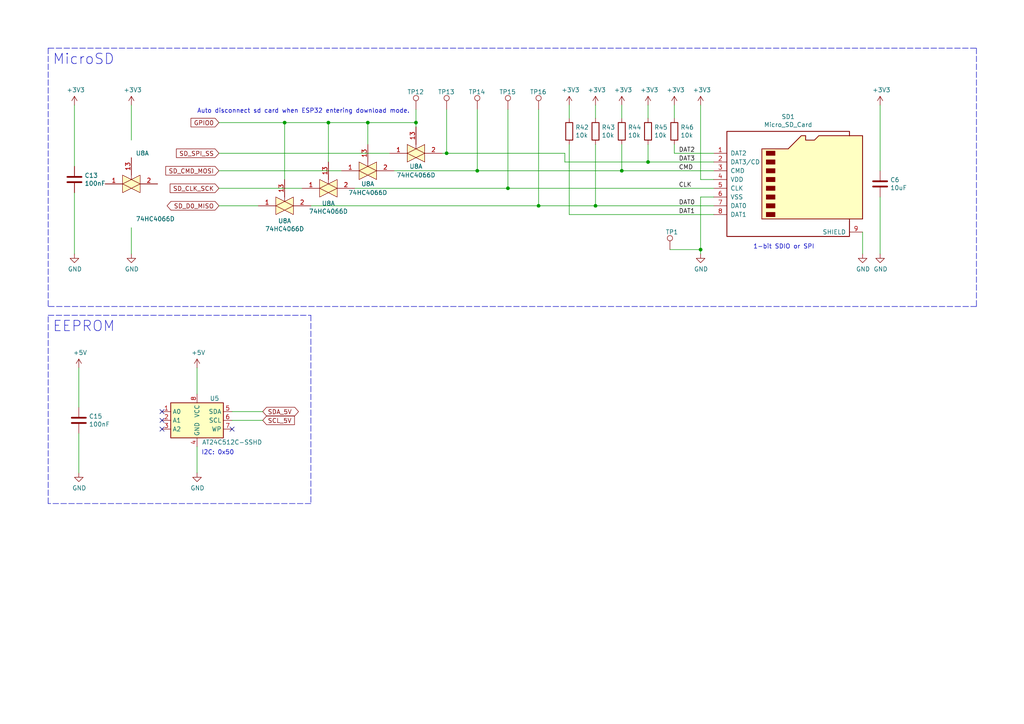
<source format=kicad_sch>
(kicad_sch (version 20211123) (generator eeschema)

  (uuid 3273ec61-4a33-41c2-82bf-cde7c8587c1b)

  (paper "A4")

  (title_block
    (title "Sunrise clock main board")
    (date "2021-08-06")
    (rev "V1.1")
    (company "https://github.com/atoomnetmarc/Sunrise-clock-hardware")
  )

  (lib_symbols
    (symbol "4xxx:4066" (pin_names (offset 1.016)) (in_bom yes) (on_board yes)
      (property "Reference" "U" (id 0) (at -7.62 8.89 0)
        (effects (font (size 1.27 1.27)))
      )
      (property "Value" "4066" (id 1) (at -7.62 -8.89 0)
        (effects (font (size 1.27 1.27)))
      )
      (property "Footprint" "" (id 2) (at 0 0 0)
        (effects (font (size 1.27 1.27)) hide)
      )
      (property "Datasheet" "http://www.ti.com/lit/ds/symlink/cd4066b.pdf" (id 3) (at 0 0 0)
        (effects (font (size 1.27 1.27)) hide)
      )
      (property "ki_locked" "" (id 4) (at 0 0 0)
        (effects (font (size 1.27 1.27)))
      )
      (property "ki_keywords" "CMOS SWITCH" (id 5) (at 0 0 0)
        (effects (font (size 1.27 1.27)) hide)
      )
      (property "ki_description" "Quad Analog Switches" (id 6) (at 0 0 0)
        (effects (font (size 1.27 1.27)) hide)
      )
      (property "ki_fp_filters" "DIP?14*" (id 7) (at 0 0 0)
        (effects (font (size 1.27 1.27)) hide)
      )
      (symbol "4066_1_0"
        (polyline
          (pts
            (xy 0 1.27)
            (xy 0 2.54)
          )
          (stroke (width 0.1524) (type default) (color 0 0 0 0))
          (fill (type none))
        )
        (polyline
          (pts
            (xy -2.54 0)
            (xy 2.54 2.54)
            (xy 2.54 -2.54)
            (xy -2.54 0)
          )
          (stroke (width 0) (type default) (color 0 0 0 0))
          (fill (type background))
        )
        (polyline
          (pts
            (xy -2.54 2.54)
            (xy 2.54 0)
            (xy -2.54 -2.54)
            (xy -2.54 2.54)
          )
          (stroke (width 0) (type default) (color 0 0 0 0))
          (fill (type background))
        )
        (pin passive line (at -7.62 0 0) (length 5.08)
          (name "~" (effects (font (size 1.27 1.27))))
          (number "1" (effects (font (size 1.27 1.27))))
        )
        (pin input line (at 0 7.62 270) (length 5.08)
          (name "~" (effects (font (size 1.27 1.27))))
          (number "13" (effects (font (size 1.27 1.27))))
        )
        (pin passive line (at 7.62 0 180) (length 5.08)
          (name "~" (effects (font (size 1.27 1.27))))
          (number "2" (effects (font (size 1.27 1.27))))
        )
      )
      (symbol "4066_2_0"
        (polyline
          (pts
            (xy 0 1.27)
            (xy 0 2.54)
          )
          (stroke (width 0.1524) (type default) (color 0 0 0 0))
          (fill (type none))
        )
        (polyline
          (pts
            (xy -2.54 0)
            (xy 2.54 2.54)
            (xy 2.54 -2.54)
            (xy -2.54 0)
          )
          (stroke (width 0) (type default) (color 0 0 0 0))
          (fill (type background))
        )
        (polyline
          (pts
            (xy -2.54 2.54)
            (xy 2.54 0)
            (xy -2.54 -2.54)
            (xy -2.54 2.54)
          )
          (stroke (width 0) (type default) (color 0 0 0 0))
          (fill (type background))
        )
        (pin passive line (at 7.62 0 180) (length 5.08)
          (name "~" (effects (font (size 1.27 1.27))))
          (number "3" (effects (font (size 1.27 1.27))))
        )
        (pin passive line (at -7.62 0 0) (length 5.08)
          (name "~" (effects (font (size 1.27 1.27))))
          (number "4" (effects (font (size 1.27 1.27))))
        )
        (pin input line (at 0 7.62 270) (length 5.08)
          (name "~" (effects (font (size 1.27 1.27))))
          (number "5" (effects (font (size 1.27 1.27))))
        )
      )
      (symbol "4066_3_0"
        (polyline
          (pts
            (xy 0 1.27)
            (xy 0 2.54)
          )
          (stroke (width 0.1524) (type default) (color 0 0 0 0))
          (fill (type none))
        )
        (polyline
          (pts
            (xy -2.54 0)
            (xy 2.54 2.54)
            (xy 2.54 -2.54)
            (xy -2.54 0)
          )
          (stroke (width 0) (type default) (color 0 0 0 0))
          (fill (type background))
        )
        (polyline
          (pts
            (xy -2.54 2.54)
            (xy 2.54 0)
            (xy -2.54 -2.54)
            (xy -2.54 2.54)
          )
          (stroke (width 0) (type default) (color 0 0 0 0))
          (fill (type background))
        )
        (pin input line (at 0 7.62 270) (length 5.08)
          (name "~" (effects (font (size 1.27 1.27))))
          (number "6" (effects (font (size 1.27 1.27))))
        )
        (pin passive line (at -7.62 0 0) (length 5.08)
          (name "~" (effects (font (size 1.27 1.27))))
          (number "8" (effects (font (size 1.27 1.27))))
        )
        (pin passive line (at 7.62 0 180) (length 5.08)
          (name "~" (effects (font (size 1.27 1.27))))
          (number "9" (effects (font (size 1.27 1.27))))
        )
      )
      (symbol "4066_4_0"
        (polyline
          (pts
            (xy 0 1.27)
            (xy 0 2.54)
          )
          (stroke (width 0.1524) (type default) (color 0 0 0 0))
          (fill (type none))
        )
        (polyline
          (pts
            (xy -2.54 0)
            (xy 2.54 2.54)
            (xy 2.54 -2.54)
            (xy -2.54 0)
          )
          (stroke (width 0) (type default) (color 0 0 0 0))
          (fill (type background))
        )
        (polyline
          (pts
            (xy -2.54 2.54)
            (xy 2.54 0)
            (xy -2.54 -2.54)
            (xy -2.54 2.54)
          )
          (stroke (width 0) (type default) (color 0 0 0 0))
          (fill (type background))
        )
        (pin passive line (at 7.62 0 180) (length 5.08)
          (name "~" (effects (font (size 1.27 1.27))))
          (number "10" (effects (font (size 1.27 1.27))))
        )
        (pin passive line (at -7.62 0 0) (length 5.08)
          (name "~" (effects (font (size 1.27 1.27))))
          (number "11" (effects (font (size 1.27 1.27))))
        )
        (pin input line (at 0 7.62 270) (length 5.08)
          (name "~" (effects (font (size 1.27 1.27))))
          (number "12" (effects (font (size 1.27 1.27))))
        )
      )
      (symbol "4066_5_0"
        (pin power_in line (at 0 12.7 270) (length 5.08)
          (name "VDD" (effects (font (size 1.27 1.27))))
          (number "14" (effects (font (size 1.27 1.27))))
        )
        (pin power_in line (at 0 -12.7 90) (length 5.08)
          (name "VSS" (effects (font (size 1.27 1.27))))
          (number "7" (effects (font (size 1.27 1.27))))
        )
      )
      (symbol "4066_5_1"
        (rectangle (start -5.08 7.62) (end 5.08 -7.62)
          (stroke (width 0.254) (type default) (color 0 0 0 0))
          (fill (type background))
        )
      )
    )
    (symbol "Connector:Micro_SD_Card" (pin_names (offset 1.016)) (in_bom yes) (on_board yes)
      (property "Reference" "J" (id 0) (at -16.51 15.24 0)
        (effects (font (size 1.27 1.27)))
      )
      (property "Value" "Micro_SD_Card" (id 1) (at 16.51 15.24 0)
        (effects (font (size 1.27 1.27)) (justify right))
      )
      (property "Footprint" "" (id 2) (at 29.21 7.62 0)
        (effects (font (size 1.27 1.27)) hide)
      )
      (property "Datasheet" "http://katalog.we-online.de/em/datasheet/693072010801.pdf" (id 3) (at 0 0 0)
        (effects (font (size 1.27 1.27)) hide)
      )
      (property "ki_keywords" "connector SD microsd" (id 4) (at 0 0 0)
        (effects (font (size 1.27 1.27)) hide)
      )
      (property "ki_description" "Micro SD Card Socket" (id 5) (at 0 0 0)
        (effects (font (size 1.27 1.27)) hide)
      )
      (property "ki_fp_filters" "microSD*" (id 6) (at 0 0 0)
        (effects (font (size 1.27 1.27)) hide)
      )
      (symbol "Micro_SD_Card_0_1"
        (rectangle (start -7.62 -9.525) (end -5.08 -10.795)
          (stroke (width 0) (type default) (color 0 0 0 0))
          (fill (type outline))
        )
        (rectangle (start -7.62 -6.985) (end -5.08 -8.255)
          (stroke (width 0) (type default) (color 0 0 0 0))
          (fill (type outline))
        )
        (rectangle (start -7.62 -4.445) (end -5.08 -5.715)
          (stroke (width 0) (type default) (color 0 0 0 0))
          (fill (type outline))
        )
        (rectangle (start -7.62 -1.905) (end -5.08 -3.175)
          (stroke (width 0) (type default) (color 0 0 0 0))
          (fill (type outline))
        )
        (rectangle (start -7.62 0.635) (end -5.08 -0.635)
          (stroke (width 0) (type default) (color 0 0 0 0))
          (fill (type outline))
        )
        (rectangle (start -7.62 3.175) (end -5.08 1.905)
          (stroke (width 0) (type default) (color 0 0 0 0))
          (fill (type outline))
        )
        (rectangle (start -7.62 5.715) (end -5.08 4.445)
          (stroke (width 0) (type default) (color 0 0 0 0))
          (fill (type outline))
        )
        (rectangle (start -7.62 8.255) (end -5.08 6.985)
          (stroke (width 0) (type default) (color 0 0 0 0))
          (fill (type outline))
        )
        (polyline
          (pts
            (xy 16.51 12.7)
            (xy 16.51 13.97)
            (xy -19.05 13.97)
            (xy -19.05 -16.51)
            (xy 16.51 -16.51)
            (xy 16.51 -11.43)
          )
          (stroke (width 0.254) (type default) (color 0 0 0 0))
          (fill (type none))
        )
        (polyline
          (pts
            (xy -8.89 -11.43)
            (xy -8.89 8.89)
            (xy -1.27 8.89)
            (xy 2.54 12.7)
            (xy 3.81 12.7)
            (xy 3.81 11.43)
            (xy 6.35 11.43)
            (xy 7.62 12.7)
            (xy 20.32 12.7)
            (xy 20.32 -11.43)
            (xy -8.89 -11.43)
          )
          (stroke (width 0.254) (type default) (color 0 0 0 0))
          (fill (type background))
        )
      )
      (symbol "Micro_SD_Card_1_1"
        (pin bidirectional line (at -22.86 7.62 0) (length 3.81)
          (name "DAT2" (effects (font (size 1.27 1.27))))
          (number "1" (effects (font (size 1.27 1.27))))
        )
        (pin bidirectional line (at -22.86 5.08 0) (length 3.81)
          (name "DAT3/CD" (effects (font (size 1.27 1.27))))
          (number "2" (effects (font (size 1.27 1.27))))
        )
        (pin input line (at -22.86 2.54 0) (length 3.81)
          (name "CMD" (effects (font (size 1.27 1.27))))
          (number "3" (effects (font (size 1.27 1.27))))
        )
        (pin power_in line (at -22.86 0 0) (length 3.81)
          (name "VDD" (effects (font (size 1.27 1.27))))
          (number "4" (effects (font (size 1.27 1.27))))
        )
        (pin input line (at -22.86 -2.54 0) (length 3.81)
          (name "CLK" (effects (font (size 1.27 1.27))))
          (number "5" (effects (font (size 1.27 1.27))))
        )
        (pin power_in line (at -22.86 -5.08 0) (length 3.81)
          (name "VSS" (effects (font (size 1.27 1.27))))
          (number "6" (effects (font (size 1.27 1.27))))
        )
        (pin bidirectional line (at -22.86 -7.62 0) (length 3.81)
          (name "DAT0" (effects (font (size 1.27 1.27))))
          (number "7" (effects (font (size 1.27 1.27))))
        )
        (pin bidirectional line (at -22.86 -10.16 0) (length 3.81)
          (name "DAT1" (effects (font (size 1.27 1.27))))
          (number "8" (effects (font (size 1.27 1.27))))
        )
        (pin passive line (at 20.32 -15.24 180) (length 3.81)
          (name "SHIELD" (effects (font (size 1.27 1.27))))
          (number "9" (effects (font (size 1.27 1.27))))
        )
      )
    )
    (symbol "Connector:TestPoint" (pin_numbers hide) (pin_names (offset 0.762) hide) (in_bom yes) (on_board yes)
      (property "Reference" "TP" (id 0) (at 0 6.858 0)
        (effects (font (size 1.27 1.27)))
      )
      (property "Value" "TestPoint" (id 1) (at 0 5.08 0)
        (effects (font (size 1.27 1.27)))
      )
      (property "Footprint" "" (id 2) (at 5.08 0 0)
        (effects (font (size 1.27 1.27)) hide)
      )
      (property "Datasheet" "~" (id 3) (at 5.08 0 0)
        (effects (font (size 1.27 1.27)) hide)
      )
      (property "ki_keywords" "test point tp" (id 4) (at 0 0 0)
        (effects (font (size 1.27 1.27)) hide)
      )
      (property "ki_description" "test point" (id 5) (at 0 0 0)
        (effects (font (size 1.27 1.27)) hide)
      )
      (property "ki_fp_filters" "Pin* Test*" (id 6) (at 0 0 0)
        (effects (font (size 1.27 1.27)) hide)
      )
      (symbol "TestPoint_0_1"
        (circle (center 0 3.302) (radius 0.762)
          (stroke (width 0) (type default) (color 0 0 0 0))
          (fill (type none))
        )
      )
      (symbol "TestPoint_1_1"
        (pin passive line (at 0 0 90) (length 2.54)
          (name "1" (effects (font (size 1.27 1.27))))
          (number "1" (effects (font (size 1.27 1.27))))
        )
      )
    )
    (symbol "Device:C" (pin_numbers hide) (pin_names (offset 0.254)) (in_bom yes) (on_board yes)
      (property "Reference" "C" (id 0) (at 0.635 2.54 0)
        (effects (font (size 1.27 1.27)) (justify left))
      )
      (property "Value" "C" (id 1) (at 0.635 -2.54 0)
        (effects (font (size 1.27 1.27)) (justify left))
      )
      (property "Footprint" "" (id 2) (at 0.9652 -3.81 0)
        (effects (font (size 1.27 1.27)) hide)
      )
      (property "Datasheet" "~" (id 3) (at 0 0 0)
        (effects (font (size 1.27 1.27)) hide)
      )
      (property "ki_keywords" "cap capacitor" (id 4) (at 0 0 0)
        (effects (font (size 1.27 1.27)) hide)
      )
      (property "ki_description" "Unpolarized capacitor" (id 5) (at 0 0 0)
        (effects (font (size 1.27 1.27)) hide)
      )
      (property "ki_fp_filters" "C_*" (id 6) (at 0 0 0)
        (effects (font (size 1.27 1.27)) hide)
      )
      (symbol "C_0_1"
        (polyline
          (pts
            (xy -2.032 -0.762)
            (xy 2.032 -0.762)
          )
          (stroke (width 0.508) (type default) (color 0 0 0 0))
          (fill (type none))
        )
        (polyline
          (pts
            (xy -2.032 0.762)
            (xy 2.032 0.762)
          )
          (stroke (width 0.508) (type default) (color 0 0 0 0))
          (fill (type none))
        )
      )
      (symbol "C_1_1"
        (pin passive line (at 0 3.81 270) (length 2.794)
          (name "~" (effects (font (size 1.27 1.27))))
          (number "1" (effects (font (size 1.27 1.27))))
        )
        (pin passive line (at 0 -3.81 90) (length 2.794)
          (name "~" (effects (font (size 1.27 1.27))))
          (number "2" (effects (font (size 1.27 1.27))))
        )
      )
    )
    (symbol "Device:R" (pin_numbers hide) (pin_names (offset 0)) (in_bom yes) (on_board yes)
      (property "Reference" "R" (id 0) (at 2.032 0 90)
        (effects (font (size 1.27 1.27)))
      )
      (property "Value" "R" (id 1) (at 0 0 90)
        (effects (font (size 1.27 1.27)))
      )
      (property "Footprint" "" (id 2) (at -1.778 0 90)
        (effects (font (size 1.27 1.27)) hide)
      )
      (property "Datasheet" "~" (id 3) (at 0 0 0)
        (effects (font (size 1.27 1.27)) hide)
      )
      (property "ki_keywords" "R res resistor" (id 4) (at 0 0 0)
        (effects (font (size 1.27 1.27)) hide)
      )
      (property "ki_description" "Resistor" (id 5) (at 0 0 0)
        (effects (font (size 1.27 1.27)) hide)
      )
      (property "ki_fp_filters" "R_*" (id 6) (at 0 0 0)
        (effects (font (size 1.27 1.27)) hide)
      )
      (symbol "R_0_1"
        (rectangle (start -1.016 -2.54) (end 1.016 2.54)
          (stroke (width 0.254) (type default) (color 0 0 0 0))
          (fill (type none))
        )
      )
      (symbol "R_1_1"
        (pin passive line (at 0 3.81 270) (length 1.27)
          (name "~" (effects (font (size 1.27 1.27))))
          (number "1" (effects (font (size 1.27 1.27))))
        )
        (pin passive line (at 0 -3.81 90) (length 1.27)
          (name "~" (effects (font (size 1.27 1.27))))
          (number "2" (effects (font (size 1.27 1.27))))
        )
      )
    )
    (symbol "Memory_EEPROM:AT24CS32-SSHM" (in_bom yes) (on_board yes)
      (property "Reference" "U" (id 0) (at -7.62 6.35 0)
        (effects (font (size 1.27 1.27)))
      )
      (property "Value" "AT24CS32-SSHM" (id 1) (at 2.54 -6.35 0)
        (effects (font (size 1.27 1.27)) (justify left))
      )
      (property "Footprint" "Package_SO:SOIC-8_3.9x4.9mm_P1.27mm" (id 2) (at 0 0 0)
        (effects (font (size 1.27 1.27)) hide)
      )
      (property "Datasheet" "http://ww1.microchip.com/downloads/en/DeviceDoc/Atmel-8869-SEEPROM-AT24CS32-Datasheet.pdf" (id 3) (at 0 0 0)
        (effects (font (size 1.27 1.27)) hide)
      )
      (property "ki_keywords" "I2C Serial EEPROM Nonvolatile Memory" (id 4) (at 0 0 0)
        (effects (font (size 1.27 1.27)) hide)
      )
      (property "ki_description" "I2C Serial EEPROM, 32Kb (4096x8) with Unique Serial Number, SO8" (id 5) (at 0 0 0)
        (effects (font (size 1.27 1.27)) hide)
      )
      (property "ki_fp_filters" "SOIC*3.9x4.9mm*P1.27mm*" (id 6) (at 0 0 0)
        (effects (font (size 1.27 1.27)) hide)
      )
      (symbol "AT24CS32-SSHM_1_1"
        (rectangle (start -7.62 5.08) (end 7.62 -5.08)
          (stroke (width 0.254) (type default) (color 0 0 0 0))
          (fill (type background))
        )
        (pin input line (at -10.16 2.54 0) (length 2.54)
          (name "A0" (effects (font (size 1.27 1.27))))
          (number "1" (effects (font (size 1.27 1.27))))
        )
        (pin input line (at -10.16 0 0) (length 2.54)
          (name "A1" (effects (font (size 1.27 1.27))))
          (number "2" (effects (font (size 1.27 1.27))))
        )
        (pin input line (at -10.16 -2.54 0) (length 2.54)
          (name "A2" (effects (font (size 1.27 1.27))))
          (number "3" (effects (font (size 1.27 1.27))))
        )
        (pin power_in line (at 0 -7.62 90) (length 2.54)
          (name "GND" (effects (font (size 1.27 1.27))))
          (number "4" (effects (font (size 1.27 1.27))))
        )
        (pin bidirectional line (at 10.16 2.54 180) (length 2.54)
          (name "SDA" (effects (font (size 1.27 1.27))))
          (number "5" (effects (font (size 1.27 1.27))))
        )
        (pin input line (at 10.16 0 180) (length 2.54)
          (name "SCL" (effects (font (size 1.27 1.27))))
          (number "6" (effects (font (size 1.27 1.27))))
        )
        (pin input line (at 10.16 -2.54 180) (length 2.54)
          (name "WP" (effects (font (size 1.27 1.27))))
          (number "7" (effects (font (size 1.27 1.27))))
        )
        (pin power_in line (at 0 7.62 270) (length 2.54)
          (name "VCC" (effects (font (size 1.27 1.27))))
          (number "8" (effects (font (size 1.27 1.27))))
        )
      )
    )
    (symbol "power:+3.3V" (power) (pin_names (offset 0)) (in_bom yes) (on_board yes)
      (property "Reference" "#PWR" (id 0) (at 0 -3.81 0)
        (effects (font (size 1.27 1.27)) hide)
      )
      (property "Value" "+3.3V" (id 1) (at 0 3.556 0)
        (effects (font (size 1.27 1.27)))
      )
      (property "Footprint" "" (id 2) (at 0 0 0)
        (effects (font (size 1.27 1.27)) hide)
      )
      (property "Datasheet" "" (id 3) (at 0 0 0)
        (effects (font (size 1.27 1.27)) hide)
      )
      (property "ki_keywords" "power-flag" (id 4) (at 0 0 0)
        (effects (font (size 1.27 1.27)) hide)
      )
      (property "ki_description" "Power symbol creates a global label with name \"+3.3V\"" (id 5) (at 0 0 0)
        (effects (font (size 1.27 1.27)) hide)
      )
      (symbol "+3.3V_0_1"
        (polyline
          (pts
            (xy -0.762 1.27)
            (xy 0 2.54)
          )
          (stroke (width 0) (type default) (color 0 0 0 0))
          (fill (type none))
        )
        (polyline
          (pts
            (xy 0 0)
            (xy 0 2.54)
          )
          (stroke (width 0) (type default) (color 0 0 0 0))
          (fill (type none))
        )
        (polyline
          (pts
            (xy 0 2.54)
            (xy 0.762 1.27)
          )
          (stroke (width 0) (type default) (color 0 0 0 0))
          (fill (type none))
        )
      )
      (symbol "+3.3V_1_1"
        (pin power_in line (at 0 0 90) (length 0) hide
          (name "+3V3" (effects (font (size 1.27 1.27))))
          (number "1" (effects (font (size 1.27 1.27))))
        )
      )
    )
    (symbol "power:+5V" (power) (pin_names (offset 0)) (in_bom yes) (on_board yes)
      (property "Reference" "#PWR" (id 0) (at 0 -3.81 0)
        (effects (font (size 1.27 1.27)) hide)
      )
      (property "Value" "+5V" (id 1) (at 0 3.556 0)
        (effects (font (size 1.27 1.27)))
      )
      (property "Footprint" "" (id 2) (at 0 0 0)
        (effects (font (size 1.27 1.27)) hide)
      )
      (property "Datasheet" "" (id 3) (at 0 0 0)
        (effects (font (size 1.27 1.27)) hide)
      )
      (property "ki_keywords" "power-flag" (id 4) (at 0 0 0)
        (effects (font (size 1.27 1.27)) hide)
      )
      (property "ki_description" "Power symbol creates a global label with name \"+5V\"" (id 5) (at 0 0 0)
        (effects (font (size 1.27 1.27)) hide)
      )
      (symbol "+5V_0_1"
        (polyline
          (pts
            (xy -0.762 1.27)
            (xy 0 2.54)
          )
          (stroke (width 0) (type default) (color 0 0 0 0))
          (fill (type none))
        )
        (polyline
          (pts
            (xy 0 0)
            (xy 0 2.54)
          )
          (stroke (width 0) (type default) (color 0 0 0 0))
          (fill (type none))
        )
        (polyline
          (pts
            (xy 0 2.54)
            (xy 0.762 1.27)
          )
          (stroke (width 0) (type default) (color 0 0 0 0))
          (fill (type none))
        )
      )
      (symbol "+5V_1_1"
        (pin power_in line (at 0 0 90) (length 0) hide
          (name "+5V" (effects (font (size 1.27 1.27))))
          (number "1" (effects (font (size 1.27 1.27))))
        )
      )
    )
    (symbol "power:GND" (power) (pin_names (offset 0)) (in_bom yes) (on_board yes)
      (property "Reference" "#PWR" (id 0) (at 0 -6.35 0)
        (effects (font (size 1.27 1.27)) hide)
      )
      (property "Value" "GND" (id 1) (at 0 -3.81 0)
        (effects (font (size 1.27 1.27)))
      )
      (property "Footprint" "" (id 2) (at 0 0 0)
        (effects (font (size 1.27 1.27)) hide)
      )
      (property "Datasheet" "" (id 3) (at 0 0 0)
        (effects (font (size 1.27 1.27)) hide)
      )
      (property "ki_keywords" "power-flag" (id 4) (at 0 0 0)
        (effects (font (size 1.27 1.27)) hide)
      )
      (property "ki_description" "Power symbol creates a global label with name \"GND\" , ground" (id 5) (at 0 0 0)
        (effects (font (size 1.27 1.27)) hide)
      )
      (symbol "GND_0_1"
        (polyline
          (pts
            (xy 0 0)
            (xy 0 -1.27)
            (xy 1.27 -1.27)
            (xy 0 -2.54)
            (xy -1.27 -1.27)
            (xy 0 -1.27)
          )
          (stroke (width 0) (type default) (color 0 0 0 0))
          (fill (type none))
        )
      )
      (symbol "GND_1_1"
        (pin power_in line (at 0 0 270) (length 0) hide
          (name "GND" (effects (font (size 1.27 1.27))))
          (number "1" (effects (font (size 1.27 1.27))))
        )
      )
    )
  )

  (junction (at 120.65 35.56) (diameter 0) (color 0 0 0 0)
    (uuid 245a6fb4-6361-4438-82ca-8861d43ca7f5)
  )
  (junction (at 147.32 54.61) (diameter 0) (color 0 0 0 0)
    (uuid 3bdaeac5-b4b7-4a96-b0da-b5e1b46798c2)
  )
  (junction (at 82.55 35.56) (diameter 0) (color 0 0 0 0)
    (uuid 45b7fe01-a2fa-40c2-a3a2-4a9ae7c34dba)
  )
  (junction (at 138.43 49.53) (diameter 0) (color 0 0 0 0)
    (uuid 6f3f676d-a47a-4e8c-8d6e-02275a3490d7)
  )
  (junction (at 129.54 44.45) (diameter 0) (color 0 0 0 0)
    (uuid 934c5f28-c928-4621-8122-b999b3ed10dd)
  )
  (junction (at 95.25 35.56) (diameter 0) (color 0 0 0 0)
    (uuid 9bac5a37-2a55-41dd-96ea-ec02b69e3ef4)
  )
  (junction (at 172.72 59.69) (diameter 0) (color 0 0 0 0)
    (uuid a25ec672-f935-4d0c-ae67-7c3ebe078d85)
  )
  (junction (at 187.96 46.99) (diameter 0) (color 0 0 0 0)
    (uuid a7cad282-51c3-4f24-be5e-311c2c5e959b)
  )
  (junction (at 156.21 59.69) (diameter 0) (color 0 0 0 0)
    (uuid aeaaa120-9cc5-4520-9a70-067fbc8f5b7b)
  )
  (junction (at 180.34 49.53) (diameter 0) (color 0 0 0 0)
    (uuid b500fd76-a613-4f44-aac4-99213e86ff44)
  )
  (junction (at 203.2 72.39) (diameter 0) (color 0 0 0 0)
    (uuid cc5561df-9d20-4574-af60-64f10025a0ed)
  )
  (junction (at 106.68 35.56) (diameter 0) (color 0 0 0 0)
    (uuid d91b4df3-08ca-4c95-92de-3004566cf2e7)
  )

  (no_connect (at 46.99 124.46) (uuid 0aa1e38d-f07a-4820-b628-a171234563bb))
  (no_connect (at 46.99 119.38) (uuid 1f01b2a1-9ae4-4793-9d17-5ed5c0966b9f))
  (no_connect (at 67.31 124.46) (uuid 4d55ddc7-73be-49f7-98ea-a0ba474cbdb0))
  (no_connect (at 46.99 121.92) (uuid e2df2a45-3811-4210-89e0-9a66f3cb9430))

  (wire (pts (xy 38.1 40.64) (xy 38.1 30.48))
    (stroke (width 0) (type default) (color 0 0 0 0))
    (uuid 0ab1512b-eb91-4574-b11f-326e0ff10082)
  )
  (polyline (pts (xy 13.97 91.44) (xy 90.17 91.44))
    (stroke (width 0) (type default) (color 0 0 0 0))
    (uuid 133d5403-9be3-4603-824b-d3b76147e745)
  )
  (polyline (pts (xy 90.17 146.05) (xy 13.97 146.05))
    (stroke (width 0) (type default) (color 0 0 0 0))
    (uuid 15a0f067-831a-4ddb-bdef-5fb7df267d8f)
  )

  (wire (pts (xy 38.1 73.66) (xy 38.1 66.04))
    (stroke (width 0) (type default) (color 0 0 0 0))
    (uuid 18208121-3872-4be3-a687-40854be3e1c8)
  )
  (wire (pts (xy 82.55 35.56) (xy 95.25 35.56))
    (stroke (width 0) (type default) (color 0 0 0 0))
    (uuid 18e95a1d-9d1d-4b93-8e4c-2d03c344acc0)
  )
  (wire (pts (xy 82.55 52.07) (xy 82.55 35.56))
    (stroke (width 0) (type default) (color 0 0 0 0))
    (uuid 19264aae-fe9e-4afc-84ac-56ec33a3b20d)
  )
  (polyline (pts (xy 13.97 146.05) (xy 13.97 91.44))
    (stroke (width 0) (type default) (color 0 0 0 0))
    (uuid 1ab4dceb-24cc-4050-aa74-e8fbb39d3760)
  )

  (wire (pts (xy 63.5 54.61) (xy 87.63 54.61))
    (stroke (width 0) (type default) (color 0 0 0 0))
    (uuid 1c92f382-4ec3-478f-a1ca-afadd3087787)
  )
  (wire (pts (xy 203.2 57.15) (xy 207.01 57.15))
    (stroke (width 0) (type default) (color 0 0 0 0))
    (uuid 25625d99-d45f-4b2f-9e62-009a122611f4)
  )
  (polyline (pts (xy 13.97 13.97) (xy 13.97 88.9))
    (stroke (width 0) (type default) (color 0 0 0 0))
    (uuid 2b7c4f37-42c0-4571-a44b-b808484d3d74)
  )

  (wire (pts (xy 187.96 41.91) (xy 187.96 46.99))
    (stroke (width 0) (type default) (color 0 0 0 0))
    (uuid 2cb05d43-df82-498c-aae1-4b1a0a350f82)
  )
  (wire (pts (xy 172.72 30.48) (xy 172.72 34.29))
    (stroke (width 0) (type default) (color 0 0 0 0))
    (uuid 3388a811-b444-4ecc-a564-b22a1b731ab4)
  )
  (wire (pts (xy 63.5 59.69) (xy 74.93 59.69))
    (stroke (width 0) (type default) (color 0 0 0 0))
    (uuid 35431843-170f-401f-88d7-da91172bed86)
  )
  (wire (pts (xy 63.5 44.45) (xy 113.03 44.45))
    (stroke (width 0) (type default) (color 0 0 0 0))
    (uuid 36210d52-4f9a-42bc-a022-019a63c67fc2)
  )
  (wire (pts (xy 22.86 125.73) (xy 22.86 137.16))
    (stroke (width 0) (type default) (color 0 0 0 0))
    (uuid 3675ad1a-972f-4046-b23a-e6ca04304035)
  )
  (wire (pts (xy 195.58 44.45) (xy 195.58 41.91))
    (stroke (width 0) (type default) (color 0 0 0 0))
    (uuid 3e011a46-81bd-4ecd-b93e-57dffb1143e5)
  )
  (wire (pts (xy 195.58 34.29) (xy 195.58 30.48))
    (stroke (width 0) (type default) (color 0 0 0 0))
    (uuid 4198eb99-d244-457e-8768-395280df1a66)
  )
  (wire (pts (xy 156.21 31.75) (xy 156.21 59.69))
    (stroke (width 0) (type default) (color 0 0 0 0))
    (uuid 4375ab9a-cebb-448a-bb75-1fa4fe977171)
  )
  (wire (pts (xy 22.86 118.11) (xy 22.86 106.68))
    (stroke (width 0) (type default) (color 0 0 0 0))
    (uuid 44509293-79e2-4fab-8860-b0cecb591afa)
  )
  (wire (pts (xy 207.01 52.07) (xy 203.2 52.07))
    (stroke (width 0) (type default) (color 0 0 0 0))
    (uuid 44e77d57-d16f-4723-a95f-1ac45276c458)
  )
  (wire (pts (xy 120.65 36.83) (xy 120.65 35.56))
    (stroke (width 0) (type default) (color 0 0 0 0))
    (uuid 4648968b-aa58-4f57-8f45-54b088364670)
  )
  (wire (pts (xy 63.5 35.56) (xy 82.55 35.56))
    (stroke (width 0) (type default) (color 0 0 0 0))
    (uuid 4c4b4317-29d0-438a-b331-525ede18773a)
  )
  (polyline (pts (xy 13.97 13.97) (xy 283.21 13.97))
    (stroke (width 0) (type default) (color 0 0 0 0))
    (uuid 4c717b47-484c-4d70-8fcd-83c406ff2d17)
  )

  (wire (pts (xy 203.2 72.39) (xy 203.2 57.15))
    (stroke (width 0) (type default) (color 0 0 0 0))
    (uuid 4e66ba18-389e-4ff9-97c1-8bd8fb047a01)
  )
  (wire (pts (xy 250.19 67.31) (xy 250.19 73.66))
    (stroke (width 0) (type default) (color 0 0 0 0))
    (uuid 54d76293-1ce2-46f8-9be7-a3d7f9f28112)
  )
  (wire (pts (xy 128.27 44.45) (xy 129.54 44.45))
    (stroke (width 0) (type default) (color 0 0 0 0))
    (uuid 567a04d6-5dce-4e5f-9e8e-f34010ecea5b)
  )
  (wire (pts (xy 156.21 59.69) (xy 172.72 59.69))
    (stroke (width 0) (type default) (color 0 0 0 0))
    (uuid 61eb7a4f-888e-4082-9c74-1d94f58e7c05)
  )
  (wire (pts (xy 63.5 49.53) (xy 99.06 49.53))
    (stroke (width 0) (type default) (color 0 0 0 0))
    (uuid 67d6d490-a9a4-4ec7-8744-7c7abc821282)
  )
  (wire (pts (xy 207.01 62.23) (xy 165.1 62.23))
    (stroke (width 0) (type default) (color 0 0 0 0))
    (uuid 6e508bf2-c65e-4107-867d-a3cf9a86c69e)
  )
  (wire (pts (xy 165.1 30.48) (xy 165.1 34.29))
    (stroke (width 0) (type default) (color 0 0 0 0))
    (uuid 73a6ec8e-8641-4014-be28-4611d398be32)
  )
  (wire (pts (xy 180.34 30.48) (xy 180.34 34.29))
    (stroke (width 0) (type default) (color 0 0 0 0))
    (uuid 792ace59-9f73-49b7-92df-01568ab2b00b)
  )
  (wire (pts (xy 95.25 46.99) (xy 95.25 35.56))
    (stroke (width 0) (type default) (color 0 0 0 0))
    (uuid 7a6d9a4e-fe6a-4427-9f0c-a10fd3ceb923)
  )
  (wire (pts (xy 207.01 49.53) (xy 180.34 49.53))
    (stroke (width 0) (type default) (color 0 0 0 0))
    (uuid 830aee7f-dfce-42cd-85ef-6370f6dc02f5)
  )
  (wire (pts (xy 165.1 62.23) (xy 165.1 41.91))
    (stroke (width 0) (type default) (color 0 0 0 0))
    (uuid 846ce0b5-f99e-4df4-8803-62f82ae6f3e3)
  )
  (wire (pts (xy 21.59 55.88) (xy 21.59 73.66))
    (stroke (width 0) (type default) (color 0 0 0 0))
    (uuid 84d5cf13-52aa-4648-82e7-8be6e886a6b2)
  )
  (polyline (pts (xy 283.21 88.9) (xy 13.97 88.9))
    (stroke (width 0) (type default) (color 0 0 0 0))
    (uuid 85d211d4-76e7-4e49-a9c8-2e1cc8ab5805)
  )

  (wire (pts (xy 172.72 41.91) (xy 172.72 59.69))
    (stroke (width 0) (type default) (color 0 0 0 0))
    (uuid 8fbab3d0-cb5e-47c7-8764-6fa3c0e4e5f7)
  )
  (wire (pts (xy 180.34 49.53) (xy 180.34 41.91))
    (stroke (width 0) (type default) (color 0 0 0 0))
    (uuid 900cb6c8-1d05-4537-a4f0-9a7cc1a2ea1c)
  )
  (wire (pts (xy 147.32 54.61) (xy 207.01 54.61))
    (stroke (width 0) (type default) (color 0 0 0 0))
    (uuid 9475edbb-286b-4bed-b5f0-0b68a18bdc52)
  )
  (wire (pts (xy 187.96 30.48) (xy 187.96 34.29))
    (stroke (width 0) (type default) (color 0 0 0 0))
    (uuid abe3c03e-744a-4406-8e50-6a10745f0c43)
  )
  (wire (pts (xy 57.15 114.3) (xy 57.15 106.68))
    (stroke (width 0) (type default) (color 0 0 0 0))
    (uuid ae293969-fa6d-4cb1-9969-16f8784d07e3)
  )
  (wire (pts (xy 207.01 44.45) (xy 195.58 44.45))
    (stroke (width 0) (type default) (color 0 0 0 0))
    (uuid b1240f00-ec43-4c0b-9a41-43264db8a893)
  )
  (wire (pts (xy 120.65 35.56) (xy 106.68 35.56))
    (stroke (width 0) (type default) (color 0 0 0 0))
    (uuid b31ebd25-cf4c-4c3e-b83d-0ec793b65cd9)
  )
  (wire (pts (xy 106.68 35.56) (xy 106.68 41.91))
    (stroke (width 0) (type default) (color 0 0 0 0))
    (uuid b8382866-f10b-4adc-84fc-f6e5dd44681b)
  )
  (wire (pts (xy 203.2 52.07) (xy 203.2 30.48))
    (stroke (width 0) (type default) (color 0 0 0 0))
    (uuid bcfbc157-43ce-49f7-bd18-6a9e2f2f30a3)
  )
  (wire (pts (xy 163.83 44.45) (xy 163.83 46.99))
    (stroke (width 0) (type default) (color 0 0 0 0))
    (uuid c860c4e9-3ddd-4065-857c-b9aedc01e6ad)
  )
  (wire (pts (xy 138.43 49.53) (xy 180.34 49.53))
    (stroke (width 0) (type default) (color 0 0 0 0))
    (uuid ca2c5f3f-362b-4808-b8c2-86726d31aa11)
  )
  (wire (pts (xy 95.25 35.56) (xy 106.68 35.56))
    (stroke (width 0) (type default) (color 0 0 0 0))
    (uuid d1422f38-9fce-4f5e-878a-341530beaf9c)
  )
  (wire (pts (xy 57.15 137.16) (xy 57.15 129.54))
    (stroke (width 0) (type default) (color 0 0 0 0))
    (uuid d4876469-b949-49ce-b8fe-43cb458692a4)
  )
  (wire (pts (xy 147.32 31.75) (xy 147.32 54.61))
    (stroke (width 0) (type default) (color 0 0 0 0))
    (uuid da7e6488-201f-4286-b86a-ca5aced3697a)
  )
  (wire (pts (xy 76.2 119.38) (xy 67.31 119.38))
    (stroke (width 0) (type default) (color 0 0 0 0))
    (uuid dbfb14d7-1f97-4dd2-9004-1d129d3b4221)
  )
  (wire (pts (xy 21.59 48.26) (xy 21.59 30.48))
    (stroke (width 0) (type default) (color 0 0 0 0))
    (uuid de2abbd8-9b48-47ba-b77e-4c65ca048af6)
  )
  (polyline (pts (xy 90.17 91.44) (xy 90.17 146.05))
    (stroke (width 0) (type default) (color 0 0 0 0))
    (uuid de5c2064-b9e1-4057-a8cc-9308019ef4d3)
  )

  (wire (pts (xy 138.43 31.75) (xy 138.43 49.53))
    (stroke (width 0) (type default) (color 0 0 0 0))
    (uuid e62e65e6-b466-4769-8746-eb8cd9450c76)
  )
  (wire (pts (xy 67.31 121.92) (xy 76.2 121.92))
    (stroke (width 0) (type default) (color 0 0 0 0))
    (uuid e6cd2cdd-d49b-4491-8a15-4c46254b5c0a)
  )
  (wire (pts (xy 187.96 46.99) (xy 207.01 46.99))
    (stroke (width 0) (type default) (color 0 0 0 0))
    (uuid e8e598ff-c991-433d-8dd6-c9fce2fe1eaa)
  )
  (wire (pts (xy 114.3 49.53) (xy 138.43 49.53))
    (stroke (width 0) (type default) (color 0 0 0 0))
    (uuid ea8efd53-9e19-4e37-86f5-e6c0c681f735)
  )
  (wire (pts (xy 102.87 54.61) (xy 147.32 54.61))
    (stroke (width 0) (type default) (color 0 0 0 0))
    (uuid ec13b96e-bc69-4de2-80ef-a515cc44afb5)
  )
  (wire (pts (xy 163.83 46.99) (xy 187.96 46.99))
    (stroke (width 0) (type default) (color 0 0 0 0))
    (uuid ed1f5df2-cfb6-4083-a9e5-5d196546ef9b)
  )
  (wire (pts (xy 255.27 49.53) (xy 255.27 30.48))
    (stroke (width 0) (type default) (color 0 0 0 0))
    (uuid ed247857-b2a3-4b23-90ad-758c01ae5e8e)
  )
  (polyline (pts (xy 283.21 13.97) (xy 283.21 88.9))
    (stroke (width 0) (type default) (color 0 0 0 0))
    (uuid ed9596e5-f4f2-4fc2-bb34-16ad21b3b120)
  )

  (wire (pts (xy 207.01 59.69) (xy 172.72 59.69))
    (stroke (width 0) (type default) (color 0 0 0 0))
    (uuid ee9a2826-2513-480e-a552-3d07af5bf8a5)
  )
  (wire (pts (xy 90.17 59.69) (xy 156.21 59.69))
    (stroke (width 0) (type default) (color 0 0 0 0))
    (uuid f11a78b7-152e-46cf-81d1-bc8194db05a9)
  )
  (wire (pts (xy 120.65 31.75) (xy 120.65 35.56))
    (stroke (width 0) (type default) (color 0 0 0 0))
    (uuid f205e125-3760-485b-b76a-dc2502dc5679)
  )
  (wire (pts (xy 194.31 72.39) (xy 203.2 72.39))
    (stroke (width 0) (type default) (color 0 0 0 0))
    (uuid f2a44eaf-666f-422c-bb4d-a717499c3d1a)
  )
  (wire (pts (xy 129.54 31.75) (xy 129.54 44.45))
    (stroke (width 0) (type default) (color 0 0 0 0))
    (uuid f413d088-6fb9-4a8a-88fd-666ff68b7fdf)
  )
  (wire (pts (xy 255.27 57.15) (xy 255.27 73.66))
    (stroke (width 0) (type default) (color 0 0 0 0))
    (uuid f7758f2a-e5c9-405c-960a-353b36eaf72d)
  )
  (wire (pts (xy 129.54 44.45) (xy 163.83 44.45))
    (stroke (width 0) (type default) (color 0 0 0 0))
    (uuid f7c5fcef-379b-481f-a910-961b8aba9e9d)
  )
  (wire (pts (xy 203.2 73.66) (xy 203.2 72.39))
    (stroke (width 0) (type default) (color 0 0 0 0))
    (uuid f931f973-5615-451c-bb04-9a02aede6e6f)
  )

  (text "EEPROM" (at 15.24 96.52 0)
    (effects (font (size 2.9972 2.9972)) (justify left bottom))
    (uuid 59142adb-6887-41fc-851e-9a7f51511d60)
  )
  (text "Auto disconnect sd card when ESP32 entering download mode."
    (at 57.15 33.02 0)
    (effects (font (size 1.27 1.27)) (justify left bottom))
    (uuid 6239967a-77bd-4ec9-89cd-e04efd8dbe26)
  )
  (text "MicroSD" (at 15.24 19.05 0)
    (effects (font (size 2.9972 2.9972)) (justify left bottom))
    (uuid 6fddc16f-ccc1-4ade-884c-d6efda461da8)
  )
  (text "1-bit SDIO or SPI" (at 218.44 72.39 0)
    (effects (font (size 1.27 1.27)) (justify left bottom))
    (uuid d23840a6-3c61-45ca-968a-bc57332fd7a4)
  )
  (text "I2C: 0x50" (at 58.42 132.08 0)
    (effects (font (size 1.27 1.27)) (justify left bottom))
    (uuid d9ad01c4-9416-4b1f-8447-afc1d446fa8a)
  )

  (label "DAT0" (at 196.85 59.69 0)
    (effects (font (size 1.27 1.27)) (justify left bottom))
    (uuid 0674c5a1-ca4b-4b6b-aa60-3847e1a37d52)
  )
  (label "DAT1" (at 196.85 62.23 0)
    (effects (font (size 1.27 1.27)) (justify left bottom))
    (uuid 1a85ffd6-ef8b-418f-990e-456d1ffab00e)
  )
  (label "CLK" (at 196.85 54.61 0)
    (effects (font (size 1.27 1.27)) (justify left bottom))
    (uuid 835d4ac3-3fb1-48d9-8c28-6093fe917376)
  )
  (label "CMD" (at 196.85 49.53 0)
    (effects (font (size 1.27 1.27)) (justify left bottom))
    (uuid aae29862-3850-48eb-b7a8-38a62a8029dd)
  )
  (label "DAT2" (at 196.85 44.45 0)
    (effects (font (size 1.27 1.27)) (justify left bottom))
    (uuid bf26cee8-9c9f-4547-9a40-e7028b986d1e)
  )
  (label "DAT3" (at 196.85 46.99 0)
    (effects (font (size 1.27 1.27)) (justify left bottom))
    (uuid d0111086-5d68-4ab0-b707-7da6b263c90b)
  )

  (global_label "GPIO0" (shape input) (at 63.5 35.56 180) (fields_autoplaced)
    (effects (font (size 1.27 1.27)) (justify right))
    (uuid 058e77a4-10af-4bc8-a984-5984d3bbee4c)
    (property "Intersheet References" "${INTERSHEET_REFS}" (id 0) (at 0 0 0)
      (effects (font (size 1.27 1.27)) hide)
    )
  )
  (global_label "SCL_5V" (shape input) (at 76.2 121.92 0) (fields_autoplaced)
    (effects (font (size 1.27 1.27)) (justify left))
    (uuid 0e18138e-f1a3-4288-bb34-3b6bcfb64ff6)
    (property "Intersheet References" "${INTERSHEET_REFS}" (id 0) (at 0 0 0)
      (effects (font (size 1.27 1.27)) hide)
    )
  )
  (global_label "SD_SPI_SS" (shape input) (at 63.5 44.45 180) (fields_autoplaced)
    (effects (font (size 1.27 1.27)) (justify right))
    (uuid 5a010660-4a0b-4680-b361-32d4c3b60537)
    (property "Intersheet References" "${INTERSHEET_REFS}" (id 0) (at 0 0 0)
      (effects (font (size 1.27 1.27)) hide)
    )
  )
  (global_label "SDA_5V" (shape bidirectional) (at 76.2 119.38 0) (fields_autoplaced)
    (effects (font (size 1.27 1.27)) (justify left))
    (uuid 6f78c1fb-f693-4737-b750-74e50c35a564)
    (property "Intersheet References" "${INTERSHEET_REFS}" (id 0) (at 0 0 0)
      (effects (font (size 1.27 1.27)) hide)
    )
  )
  (global_label "SD_CLK_SCK" (shape input) (at 63.5 54.61 180) (fields_autoplaced)
    (effects (font (size 1.27 1.27)) (justify right))
    (uuid 72f9157b-77da-4a6d-9880-0711b21f6e23)
    (property "Intersheet References" "${INTERSHEET_REFS}" (id 0) (at 0 0 0)
      (effects (font (size 1.27 1.27)) hide)
    )
  )
  (global_label "SD_D0_MISO" (shape bidirectional) (at 63.5 59.69 180) (fields_autoplaced)
    (effects (font (size 1.27 1.27)) (justify right))
    (uuid 771cb5c1-62ba-4cca-999e-cdcbe417213c)
    (property "Intersheet References" "${INTERSHEET_REFS}" (id 0) (at 0 0 0)
      (effects (font (size 1.27 1.27)) hide)
    )
  )
  (global_label "SD_CMD_MOSI" (shape input) (at 63.5 49.53 180) (fields_autoplaced)
    (effects (font (size 1.27 1.27)) (justify right))
    (uuid dbbbcbf5-ed09-4c20-902c-70f108158aba)
    (property "Intersheet References" "${INTERSHEET_REFS}" (id 0) (at 0 0 0)
      (effects (font (size 1.27 1.27)) hide)
    )
  )

  (symbol (lib_id "Connector:TestPoint") (at 120.65 31.75 0)
    (in_bom yes) (on_board yes)
    (uuid 00000000-0000-0000-0000-00005fe6d821)
    (property "Reference" "TP12" (id 0) (at 118.11 26.67 0)
      (effects (font (size 1.27 1.27)) (justify left))
    )
    (property "Value" "TestPoint" (id 1) (at 120.65 25.8064 0)
      (effects (font (size 1.27 1.27)) hide)
    )
    (property "Footprint" "TestPoint:TestPoint_THTPad_1.5x1.5mm_Drill0.7mm" (id 2) (at 125.73 31.75 0)
      (effects (font (size 1.27 1.27)) hide)
    )
    (property "Datasheet" "~" (id 3) (at 125.73 31.75 0)
      (effects (font (size 1.27 1.27)) hide)
    )
    (pin "1" (uuid 584c7b16-3c3c-4e11-8762-310326c6003f))
  )

  (symbol (lib_id "Connector:TestPoint") (at 129.54 31.75 0)
    (in_bom yes) (on_board yes)
    (uuid 00000000-0000-0000-0000-00005fe7018b)
    (property "Reference" "TP13" (id 0) (at 127 26.67 0)
      (effects (font (size 1.27 1.27)) (justify left))
    )
    (property "Value" "TestPoint" (id 1) (at 129.54 25.8064 0)
      (effects (font (size 1.27 1.27)) hide)
    )
    (property "Footprint" "TestPoint:TestPoint_THTPad_1.5x1.5mm_Drill0.7mm" (id 2) (at 134.62 31.75 0)
      (effects (font (size 1.27 1.27)) hide)
    )
    (property "Datasheet" "~" (id 3) (at 134.62 31.75 0)
      (effects (font (size 1.27 1.27)) hide)
    )
    (pin "1" (uuid 6c774f1a-3316-40f5-9622-f6d2d19dab1e))
  )

  (symbol (lib_id "Connector:TestPoint") (at 138.43 31.75 0)
    (in_bom yes) (on_board yes)
    (uuid 00000000-0000-0000-0000-00005fe71c10)
    (property "Reference" "TP14" (id 0) (at 135.89 26.67 0)
      (effects (font (size 1.27 1.27)) (justify left))
    )
    (property "Value" "TestPoint" (id 1) (at 138.43 25.8064 0)
      (effects (font (size 1.27 1.27)) hide)
    )
    (property "Footprint" "TestPoint:TestPoint_THTPad_1.5x1.5mm_Drill0.7mm" (id 2) (at 143.51 31.75 0)
      (effects (font (size 1.27 1.27)) hide)
    )
    (property "Datasheet" "~" (id 3) (at 143.51 31.75 0)
      (effects (font (size 1.27 1.27)) hide)
    )
    (pin "1" (uuid b309e127-1c25-421b-8ae3-41ccbb5372d2))
  )

  (symbol (lib_id "Connector:TestPoint") (at 147.32 31.75 0)
    (in_bom yes) (on_board yes)
    (uuid 00000000-0000-0000-0000-00005fe735f8)
    (property "Reference" "TP15" (id 0) (at 144.78 26.67 0)
      (effects (font (size 1.27 1.27)) (justify left))
    )
    (property "Value" "TestPoint" (id 1) (at 147.32 25.8064 0)
      (effects (font (size 1.27 1.27)) hide)
    )
    (property "Footprint" "TestPoint:TestPoint_THTPad_1.5x1.5mm_Drill0.7mm" (id 2) (at 152.4 31.75 0)
      (effects (font (size 1.27 1.27)) hide)
    )
    (property "Datasheet" "~" (id 3) (at 152.4 31.75 0)
      (effects (font (size 1.27 1.27)) hide)
    )
    (pin "1" (uuid fa28ac0e-d94e-451b-9b70-ee8f9b015967))
  )

  (symbol (lib_id "Connector:TestPoint") (at 156.21 31.75 0)
    (in_bom yes) (on_board yes)
    (uuid 00000000-0000-0000-0000-00005fe75233)
    (property "Reference" "TP16" (id 0) (at 153.67 26.67 0)
      (effects (font (size 1.27 1.27)) (justify left))
    )
    (property "Value" "TestPoint" (id 1) (at 156.21 25.8064 0)
      (effects (font (size 1.27 1.27)) hide)
    )
    (property "Footprint" "TestPoint:TestPoint_THTPad_1.5x1.5mm_Drill0.7mm" (id 2) (at 161.29 31.75 0)
      (effects (font (size 1.27 1.27)) hide)
    )
    (property "Datasheet" "~" (id 3) (at 161.29 31.75 0)
      (effects (font (size 1.27 1.27)) hide)
    )
    (pin "1" (uuid 66158a2c-ec9d-41e0-9f30-d2d02fd1a9b0))
  )

  (symbol (lib_id "Connector:TestPoint") (at 194.31 72.39 0)
    (in_bom yes) (on_board yes)
    (uuid 00000000-0000-0000-0000-00005ff0a99a)
    (property "Reference" "TP1" (id 0) (at 193.04 67.31 0)
      (effects (font (size 1.27 1.27)) (justify left))
    )
    (property "Value" "TestPoint" (id 1) (at 194.31 66.4464 0)
      (effects (font (size 1.27 1.27)) hide)
    )
    (property "Footprint" "TestPoint:TestPoint_THTPad_1.5x1.5mm_Drill0.7mm" (id 2) (at 199.39 72.39 0)
      (effects (font (size 1.27 1.27)) hide)
    )
    (property "Datasheet" "~" (id 3) (at 199.39 72.39 0)
      (effects (font (size 1.27 1.27)) hide)
    )
    (pin "1" (uuid 3c34d894-ec2c-4f74-9b1c-888fda921ee3))
  )

  (symbol (lib_id "Connector:Micro_SD_Card") (at 229.87 52.07 0)
    (in_bom yes) (on_board yes)
    (uuid 00000000-0000-0000-0000-00006000a5b8)
    (property "Reference" "SD1" (id 0) (at 228.6 33.8582 0))
    (property "Value" "Micro_SD_Card" (id 1) (at 228.6 36.1696 0))
    (property "Footprint" "Connector_Card-fixed:microSD_HC_Wuerth_693072010801" (id 2) (at 259.08 44.45 0)
      (effects (font (size 1.27 1.27)) hide)
    )
    (property "Datasheet" "http://katalog.we-online.de/em/datasheet/693072010801.pdf" (id 3) (at 229.87 52.07 0)
      (effects (font (size 1.27 1.27)) hide)
    )
    (pin "1" (uuid 6df6b4e1-803f-4d03-ac4d-50dfa49b7e8b))
    (pin "2" (uuid 88b84c89-e143-4279-9d8f-79f058881aa4))
    (pin "3" (uuid 2e4788fc-8950-4e36-b318-d4c92ab05a42))
    (pin "4" (uuid 5dfeddf7-78fb-4037-a177-452a967ca0c3))
    (pin "5" (uuid 8c54302f-d07e-44b6-8a2e-f9deec0d970e))
    (pin "6" (uuid c9e83352-a204-4470-8d7f-68d33aa75f8d))
    (pin "7" (uuid ca8fbe7b-acaa-40e2-9ae0-7dfe9f7b7722))
    (pin "8" (uuid 16f4b528-07f9-45c6-b257-bea0dc9ffa05))
    (pin "9" (uuid 5b1c395d-fc7d-4e42-aea6-a9733189ca7a))
  )

  (symbol (lib_id "Device:C") (at 255.27 53.34 0)
    (in_bom yes) (on_board yes)
    (uuid 00000000-0000-0000-0000-00006000a5be)
    (property "Reference" "C6" (id 0) (at 258.191 52.1716 0)
      (effects (font (size 1.27 1.27)) (justify left))
    )
    (property "Value" "10uF" (id 1) (at 258.191 54.483 0)
      (effects (font (size 1.27 1.27)) (justify left))
    )
    (property "Footprint" "Capacitor_SMD:C_0805_2012Metric_Pad1.18x1.45mm_HandSolder" (id 2) (at 256.2352 57.15 0)
      (effects (font (size 1.27 1.27)) hide)
    )
    (property "Datasheet" "~" (id 3) (at 255.27 53.34 0)
      (effects (font (size 1.27 1.27)) hide)
    )
    (pin "1" (uuid 3147eeec-b999-4d89-861c-66bdaf327514))
    (pin "2" (uuid faab1bfe-e406-4591-b631-074866abd5c9))
  )

  (symbol (lib_id "power:GND") (at 255.27 73.66 0)
    (in_bom yes) (on_board yes)
    (uuid 00000000-0000-0000-0000-00006000a5c4)
    (property "Reference" "#PWR0169" (id 0) (at 255.27 80.01 0)
      (effects (font (size 1.27 1.27)) hide)
    )
    (property "Value" "GND" (id 1) (at 255.397 78.0542 0))
    (property "Footprint" "" (id 2) (at 255.27 73.66 0)
      (effects (font (size 1.27 1.27)) hide)
    )
    (property "Datasheet" "" (id 3) (at 255.27 73.66 0)
      (effects (font (size 1.27 1.27)) hide)
    )
    (pin "1" (uuid 9518a8b6-dc4c-4a69-9438-c45b5a8133bd))
  )

  (symbol (lib_id "power:+3.3V") (at 255.27 30.48 0)
    (in_bom yes) (on_board yes)
    (uuid 00000000-0000-0000-0000-00006000a5cb)
    (property "Reference" "#PWR0163" (id 0) (at 255.27 34.29 0)
      (effects (font (size 1.27 1.27)) hide)
    )
    (property "Value" "+3.3V" (id 1) (at 255.651 26.0858 0))
    (property "Footprint" "" (id 2) (at 255.27 30.48 0)
      (effects (font (size 1.27 1.27)) hide)
    )
    (property "Datasheet" "" (id 3) (at 255.27 30.48 0)
      (effects (font (size 1.27 1.27)) hide)
    )
    (pin "1" (uuid 7dd830a8-8986-4512-a21e-299187277003))
  )

  (symbol (lib_id "power:GND") (at 250.19 73.66 0)
    (in_bom yes) (on_board yes)
    (uuid 00000000-0000-0000-0000-00006000a5e6)
    (property "Reference" "#PWR0168" (id 0) (at 250.19 80.01 0)
      (effects (font (size 1.27 1.27)) hide)
    )
    (property "Value" "GND" (id 1) (at 250.317 78.0542 0))
    (property "Footprint" "" (id 2) (at 250.19 73.66 0)
      (effects (font (size 1.27 1.27)) hide)
    )
    (property "Datasheet" "" (id 3) (at 250.19 73.66 0)
      (effects (font (size 1.27 1.27)) hide)
    )
    (pin "1" (uuid 4af187b5-9b23-45fe-80c4-e032aafb73b6))
  )

  (symbol (lib_id "power:GND") (at 203.2 73.66 0)
    (in_bom yes) (on_board yes)
    (uuid 00000000-0000-0000-0000-00006000a5f3)
    (property "Reference" "#PWR0167" (id 0) (at 203.2 80.01 0)
      (effects (font (size 1.27 1.27)) hide)
    )
    (property "Value" "GND" (id 1) (at 203.327 78.0542 0))
    (property "Footprint" "" (id 2) (at 203.2 73.66 0)
      (effects (font (size 1.27 1.27)) hide)
    )
    (property "Datasheet" "" (id 3) (at 203.2 73.66 0)
      (effects (font (size 1.27 1.27)) hide)
    )
    (pin "1" (uuid 7e058171-59ce-442b-ac49-1e6ea746dd96))
  )

  (symbol (lib_id "power:+3.3V") (at 203.2 30.48 0)
    (in_bom yes) (on_board yes)
    (uuid 00000000-0000-0000-0000-00006000a5f9)
    (property "Reference" "#PWR0162" (id 0) (at 203.2 34.29 0)
      (effects (font (size 1.27 1.27)) hide)
    )
    (property "Value" "+3.3V" (id 1) (at 203.581 26.0858 0))
    (property "Footprint" "" (id 2) (at 203.2 30.48 0)
      (effects (font (size 1.27 1.27)) hide)
    )
    (property "Datasheet" "" (id 3) (at 203.2 30.48 0)
      (effects (font (size 1.27 1.27)) hide)
    )
    (pin "1" (uuid c8e4b974-c7b2-4947-ae3a-14f98b38d8c1))
  )

  (symbol (lib_id "Device:R") (at 195.58 38.1 0)
    (in_bom yes) (on_board yes)
    (uuid 00000000-0000-0000-0000-00006000a604)
    (property "Reference" "R46" (id 0) (at 197.358 36.9316 0)
      (effects (font (size 1.27 1.27)) (justify left))
    )
    (property "Value" "10k" (id 1) (at 197.358 39.243 0)
      (effects (font (size 1.27 1.27)) (justify left))
    )
    (property "Footprint" "Resistor_SMD:R_0805_2012Metric_Pad1.20x1.40mm_HandSolder" (id 2) (at 193.802 38.1 90)
      (effects (font (size 1.27 1.27)) hide)
    )
    (property "Datasheet" "~" (id 3) (at 195.58 38.1 0)
      (effects (font (size 1.27 1.27)) hide)
    )
    (pin "1" (uuid 29e25610-47fc-46b9-9152-34279c351f7a))
    (pin "2" (uuid 3d4ec729-02be-4bdd-9972-5da3273c7c9c))
  )

  (symbol (lib_id "power:+3.3V") (at 195.58 30.48 0)
    (in_bom yes) (on_board yes)
    (uuid 00000000-0000-0000-0000-00006000a60a)
    (property "Reference" "#PWR0161" (id 0) (at 195.58 34.29 0)
      (effects (font (size 1.27 1.27)) hide)
    )
    (property "Value" "+3.3V" (id 1) (at 195.961 26.0858 0))
    (property "Footprint" "" (id 2) (at 195.58 30.48 0)
      (effects (font (size 1.27 1.27)) hide)
    )
    (property "Datasheet" "" (id 3) (at 195.58 30.48 0)
      (effects (font (size 1.27 1.27)) hide)
    )
    (pin "1" (uuid fd389af3-ce5a-4a1c-ab0b-0b197ac6e6a6))
  )

  (symbol (lib_id "Device:R") (at 180.34 38.1 0)
    (in_bom yes) (on_board yes)
    (uuid 00000000-0000-0000-0000-00006000a613)
    (property "Reference" "R44" (id 0) (at 182.118 36.9316 0)
      (effects (font (size 1.27 1.27)) (justify left))
    )
    (property "Value" "10k" (id 1) (at 182.118 39.243 0)
      (effects (font (size 1.27 1.27)) (justify left))
    )
    (property "Footprint" "Resistor_SMD:R_0805_2012Metric_Pad1.20x1.40mm_HandSolder" (id 2) (at 178.562 38.1 90)
      (effects (font (size 1.27 1.27)) hide)
    )
    (property "Datasheet" "~" (id 3) (at 180.34 38.1 0)
      (effects (font (size 1.27 1.27)) hide)
    )
    (pin "1" (uuid fb7ec70a-bc57-449e-9382-15a110632aab))
    (pin "2" (uuid 930dceeb-87f8-4819-b067-b493ef260a53))
  )

  (symbol (lib_id "power:+3.3V") (at 180.34 30.48 0)
    (in_bom yes) (on_board yes)
    (uuid 00000000-0000-0000-0000-00006000a619)
    (property "Reference" "#PWR0159" (id 0) (at 180.34 34.29 0)
      (effects (font (size 1.27 1.27)) hide)
    )
    (property "Value" "+3.3V" (id 1) (at 180.721 26.0858 0))
    (property "Footprint" "" (id 2) (at 180.34 30.48 0)
      (effects (font (size 1.27 1.27)) hide)
    )
    (property "Datasheet" "" (id 3) (at 180.34 30.48 0)
      (effects (font (size 1.27 1.27)) hide)
    )
    (pin "1" (uuid ef798567-f028-441c-9db5-6e1810d5a9a5))
  )

  (symbol (lib_id "Device:R") (at 172.72 38.1 0)
    (in_bom yes) (on_board yes)
    (uuid 00000000-0000-0000-0000-00006000a622)
    (property "Reference" "R43" (id 0) (at 174.498 36.9316 0)
      (effects (font (size 1.27 1.27)) (justify left))
    )
    (property "Value" "10k" (id 1) (at 174.498 39.243 0)
      (effects (font (size 1.27 1.27)) (justify left))
    )
    (property "Footprint" "Resistor_SMD:R_0805_2012Metric_Pad1.20x1.40mm_HandSolder" (id 2) (at 170.942 38.1 90)
      (effects (font (size 1.27 1.27)) hide)
    )
    (property "Datasheet" "~" (id 3) (at 172.72 38.1 0)
      (effects (font (size 1.27 1.27)) hide)
    )
    (pin "1" (uuid 8ba16ef7-38d4-4250-a7b7-357f14a375ac))
    (pin "2" (uuid 38c85cc3-5db9-401d-b589-2a3f3e3a7069))
  )

  (symbol (lib_id "power:+3.3V") (at 172.72 30.48 0)
    (in_bom yes) (on_board yes)
    (uuid 00000000-0000-0000-0000-00006000a628)
    (property "Reference" "#PWR0158" (id 0) (at 172.72 34.29 0)
      (effects (font (size 1.27 1.27)) hide)
    )
    (property "Value" "+3.3V" (id 1) (at 173.101 26.0858 0))
    (property "Footprint" "" (id 2) (at 172.72 30.48 0)
      (effects (font (size 1.27 1.27)) hide)
    )
    (property "Datasheet" "" (id 3) (at 172.72 30.48 0)
      (effects (font (size 1.27 1.27)) hide)
    )
    (pin "1" (uuid ff7fe37e-fcb9-40c5-85f0-dfe0cdc0b7ef))
  )

  (symbol (lib_id "Device:R") (at 165.1 38.1 0)
    (in_bom yes) (on_board yes)
    (uuid 00000000-0000-0000-0000-00006000a630)
    (property "Reference" "R42" (id 0) (at 166.878 36.9316 0)
      (effects (font (size 1.27 1.27)) (justify left))
    )
    (property "Value" "10k" (id 1) (at 166.878 39.243 0)
      (effects (font (size 1.27 1.27)) (justify left))
    )
    (property "Footprint" "Resistor_SMD:R_0805_2012Metric_Pad1.20x1.40mm_HandSolder" (id 2) (at 163.322 38.1 90)
      (effects (font (size 1.27 1.27)) hide)
    )
    (property "Datasheet" "~" (id 3) (at 165.1 38.1 0)
      (effects (font (size 1.27 1.27)) hide)
    )
    (pin "1" (uuid a7fe1525-bd98-431b-82d7-ca3abe309a54))
    (pin "2" (uuid 1b9ace1d-f0a2-4a74-9c78-2fc3233b8a46))
  )

  (symbol (lib_id "power:+3.3V") (at 165.1 30.48 0)
    (in_bom yes) (on_board yes)
    (uuid 00000000-0000-0000-0000-00006000a636)
    (property "Reference" "#PWR0157" (id 0) (at 165.1 34.29 0)
      (effects (font (size 1.27 1.27)) hide)
    )
    (property "Value" "+3.3V" (id 1) (at 165.481 26.0858 0))
    (property "Footprint" "" (id 2) (at 165.1 30.48 0)
      (effects (font (size 1.27 1.27)) hide)
    )
    (property "Datasheet" "" (id 3) (at 165.1 30.48 0)
      (effects (font (size 1.27 1.27)) hide)
    )
    (pin "1" (uuid 956b560d-23aa-4151-ac3b-6ffba79f7764))
  )

  (symbol (lib_id "power:+3.3V") (at 187.96 30.48 0)
    (in_bom yes) (on_board yes)
    (uuid 00000000-0000-0000-0000-00006000a641)
    (property "Reference" "#PWR0160" (id 0) (at 187.96 34.29 0)
      (effects (font (size 1.27 1.27)) hide)
    )
    (property "Value" "+3.3V" (id 1) (at 188.341 26.0858 0))
    (property "Footprint" "" (id 2) (at 187.96 30.48 0)
      (effects (font (size 1.27 1.27)) hide)
    )
    (property "Datasheet" "" (id 3) (at 187.96 30.48 0)
      (effects (font (size 1.27 1.27)) hide)
    )
    (pin "1" (uuid 9c782d89-cac4-4860-9f43-3f7b7cd6027c))
  )

  (symbol (lib_id "Device:R") (at 187.96 38.1 0)
    (in_bom yes) (on_board yes)
    (uuid 00000000-0000-0000-0000-00006000a649)
    (property "Reference" "R45" (id 0) (at 189.738 36.9316 0)
      (effects (font (size 1.27 1.27)) (justify left))
    )
    (property "Value" "10k" (id 1) (at 189.738 39.243 0)
      (effects (font (size 1.27 1.27)) (justify left))
    )
    (property "Footprint" "Resistor_SMD:R_0805_2012Metric_Pad1.20x1.40mm_HandSolder" (id 2) (at 186.182 38.1 90)
      (effects (font (size 1.27 1.27)) hide)
    )
    (property "Datasheet" "~" (id 3) (at 187.96 38.1 0)
      (effects (font (size 1.27 1.27)) hide)
    )
    (pin "1" (uuid 6b295eee-784e-4e3e-91a5-1c245e08d370))
    (pin "2" (uuid 3b1d5aa7-39a3-4400-908f-544dbdc38b22))
  )

  (symbol (lib_id "4xxx:4066") (at 106.68 49.53 0)
    (in_bom yes) (on_board yes)
    (uuid 00000000-0000-0000-0000-00006000a64f)
    (property "Reference" "U8" (id 0) (at 106.68 53.34 0))
    (property "Value" "74HC4066D" (id 1) (at 106.68 55.88 0))
    (property "Footprint" "Package_SO-fixed:SO-14_3.9x8.65mm_P1.27mm" (id 2) (at 106.68 49.53 0)
      (effects (font (size 1.27 1.27)) hide)
    )
    (property "Datasheet" "http://www.ti.com/lit/ds/symlink/cd4066b.pdf" (id 3) (at 106.68 49.53 0)
      (effects (font (size 1.27 1.27)) hide)
    )
    (pin "1" (uuid 48c9f4d6-2548-491f-86ad-2d208bb387c4))
    (pin "13" (uuid 5951da6d-ea23-4938-ae94-6a92de356e18))
    (pin "2" (uuid 3ccac1b3-ed60-4aa8-92ac-f6e5220ee193))
  )

  (symbol (lib_id "4xxx:4066") (at 120.65 44.45 0)
    (in_bom yes) (on_board yes)
    (uuid 00000000-0000-0000-0000-00006000a655)
    (property "Reference" "U8" (id 0) (at 120.65 48.26 0))
    (property "Value" "74HC4066D" (id 1) (at 120.65 50.8 0))
    (property "Footprint" "Package_SO-fixed:SO-14_3.9x8.65mm_P1.27mm" (id 2) (at 120.65 44.45 0)
      (effects (font (size 1.27 1.27)) hide)
    )
    (property "Datasheet" "http://www.ti.com/lit/ds/symlink/cd4066b.pdf" (id 3) (at 120.65 44.45 0)
      (effects (font (size 1.27 1.27)) hide)
    )
    (pin "3" (uuid 919916ef-1d36-4edc-ab66-9bb1272f14ff))
    (pin "4" (uuid 336f4b95-cb04-4d5c-aee6-4caf7e6ebeff))
    (pin "5" (uuid 1f856d05-c4c3-4dbb-8731-78a5e90133a7))
  )

  (symbol (lib_id "4xxx:4066") (at 95.25 54.61 0)
    (in_bom yes) (on_board yes)
    (uuid 00000000-0000-0000-0000-00006000a65b)
    (property "Reference" "U8" (id 0) (at 95.25 59.0042 0))
    (property "Value" "74HC4066D" (id 1) (at 95.25 61.3156 0))
    (property "Footprint" "Package_SO-fixed:SO-14_3.9x8.65mm_P1.27mm" (id 2) (at 95.25 54.61 0)
      (effects (font (size 1.27 1.27)) hide)
    )
    (property "Datasheet" "http://www.ti.com/lit/ds/symlink/cd4066b.pdf" (id 3) (at 95.25 54.61 0)
      (effects (font (size 1.27 1.27)) hide)
    )
    (pin "10" (uuid cdffa4dd-967d-4423-9391-ebe327a3bb0a))
    (pin "11" (uuid cf7027aa-ae94-4f1d-9490-b09135983560))
    (pin "12" (uuid d54e8eb9-4d2c-4188-976e-a338ad3e7122))
  )

  (symbol (lib_id "4xxx:4066") (at 38.1 53.34 0)
    (in_bom yes) (on_board yes)
    (uuid 00000000-0000-0000-0000-00006000a661)
    (property "Reference" "U8" (id 0) (at 39.37 44.45 0)
      (effects (font (size 1.27 1.27)) (justify left))
    )
    (property "Value" "74HC4066D" (id 1) (at 39.37 63.5 0)
      (effects (font (size 1.27 1.27)) (justify left))
    )
    (property "Footprint" "Package_SO-fixed:SO-14_3.9x8.65mm_P1.27mm" (id 2) (at 38.1 53.34 0)
      (effects (font (size 1.27 1.27)) hide)
    )
    (property "Datasheet" "http://www.ti.com/lit/ds/symlink/cd4066b.pdf" (id 3) (at 38.1 53.34 0)
      (effects (font (size 1.27 1.27)) hide)
    )
    (pin "14" (uuid 8449a3ce-250e-4e71-bee5-6b218ad5bc0e))
    (pin "7" (uuid e7903bb2-6079-4302-bc0f-65082011b0ad))
  )

  (symbol (lib_id "Device:C") (at 21.59 52.07 0)
    (in_bom yes) (on_board yes)
    (uuid 00000000-0000-0000-0000-00006000a67c)
    (property "Reference" "C13" (id 0) (at 24.511 50.9016 0)
      (effects (font (size 1.27 1.27)) (justify left))
    )
    (property "Value" "100nF" (id 1) (at 24.511 53.213 0)
      (effects (font (size 1.27 1.27)) (justify left))
    )
    (property "Footprint" "Capacitor_SMD:C_0805_2012Metric_Pad1.18x1.45mm_HandSolder" (id 2) (at 22.5552 55.88 0)
      (effects (font (size 1.27 1.27)) hide)
    )
    (property "Datasheet" "~" (id 3) (at 21.59 52.07 0)
      (effects (font (size 1.27 1.27)) hide)
    )
    (pin "1" (uuid 9876ded2-4ae3-492b-baf5-29094db0f1c5))
    (pin "2" (uuid 933c947f-70d2-40f5-8006-5f7ce94011b7))
  )

  (symbol (lib_id "power:GND") (at 21.59 73.66 0)
    (in_bom yes) (on_board yes)
    (uuid 00000000-0000-0000-0000-00006000a682)
    (property "Reference" "#PWR0165" (id 0) (at 21.59 80.01 0)
      (effects (font (size 1.27 1.27)) hide)
    )
    (property "Value" "GND" (id 1) (at 21.717 78.0542 0))
    (property "Footprint" "" (id 2) (at 21.59 73.66 0)
      (effects (font (size 1.27 1.27)) hide)
    )
    (property "Datasheet" "" (id 3) (at 21.59 73.66 0)
      (effects (font (size 1.27 1.27)) hide)
    )
    (pin "1" (uuid 1b82c90c-8eb2-4d7e-90bd-08ff4ac0d81b))
  )

  (symbol (lib_id "power:GND") (at 38.1 73.66 0)
    (in_bom yes) (on_board yes)
    (uuid 00000000-0000-0000-0000-00006000a68b)
    (property "Reference" "#PWR0166" (id 0) (at 38.1 80.01 0)
      (effects (font (size 1.27 1.27)) hide)
    )
    (property "Value" "GND" (id 1) (at 38.227 78.0542 0))
    (property "Footprint" "" (id 2) (at 38.1 73.66 0)
      (effects (font (size 1.27 1.27)) hide)
    )
    (property "Datasheet" "" (id 3) (at 38.1 73.66 0)
      (effects (font (size 1.27 1.27)) hide)
    )
    (pin "1" (uuid afe94fee-4a32-4a07-98e3-ea4a048ec4f7))
  )

  (symbol (lib_id "power:+3.3V") (at 38.1 30.48 0)
    (in_bom yes) (on_board yes)
    (uuid 00000000-0000-0000-0000-00006000a692)
    (property "Reference" "#PWR0156" (id 0) (at 38.1 34.29 0)
      (effects (font (size 1.27 1.27)) hide)
    )
    (property "Value" "+3.3V" (id 1) (at 38.481 26.0858 0))
    (property "Footprint" "" (id 2) (at 38.1 30.48 0)
      (effects (font (size 1.27 1.27)) hide)
    )
    (property "Datasheet" "" (id 3) (at 38.1 30.48 0)
      (effects (font (size 1.27 1.27)) hide)
    )
    (pin "1" (uuid 7a793342-fdc1-4420-ac30-59ec09dc5301))
  )

  (symbol (lib_id "power:+3.3V") (at 21.59 30.48 0)
    (in_bom yes) (on_board yes)
    (uuid 00000000-0000-0000-0000-00006000a698)
    (property "Reference" "#PWR0155" (id 0) (at 21.59 34.29 0)
      (effects (font (size 1.27 1.27)) hide)
    )
    (property "Value" "+3.3V" (id 1) (at 21.971 26.0858 0))
    (property "Footprint" "" (id 2) (at 21.59 30.48 0)
      (effects (font (size 1.27 1.27)) hide)
    )
    (property "Datasheet" "" (id 3) (at 21.59 30.48 0)
      (effects (font (size 1.27 1.27)) hide)
    )
    (pin "1" (uuid 9e4ceaab-9e21-4da2-8146-d1188461313c))
  )

  (symbol (lib_id "4xxx:4066") (at 82.55 59.69 0)
    (in_bom yes) (on_board yes)
    (uuid 00000000-0000-0000-0000-00006000a69f)
    (property "Reference" "U8" (id 0) (at 82.55 64.0842 0))
    (property "Value" "74HC4066D" (id 1) (at 82.55 66.3956 0))
    (property "Footprint" "Package_SO-fixed:SO-14_3.9x8.65mm_P1.27mm" (id 2) (at 82.55 59.69 0)
      (effects (font (size 1.27 1.27)) hide)
    )
    (property "Datasheet" "http://www.ti.com/lit/ds/symlink/cd4066b.pdf" (id 3) (at 82.55 59.69 0)
      (effects (font (size 1.27 1.27)) hide)
    )
    (pin "6" (uuid be54d3cf-b964-4712-a3a6-3022623236b5))
    (pin "8" (uuid b7d5adc3-e4df-482b-aa71-6fb8fd987eb8))
    (pin "9" (uuid 29bd2fd9-9ba2-47d5-9cdd-0a209728ea36))
  )

  (symbol (lib_id "Memory_EEPROM:AT24CS32-SSHM") (at 57.15 121.92 0) (unit 1)
    (in_bom yes) (on_board yes)
    (uuid 00000000-0000-0000-0000-00006005a545)
    (property "Reference" "U5" (id 0) (at 62.23 115.57 0))
    (property "Value" "AT24C512C-SSHD" (id 1) (at 67.31 128.27 0))
    (property "Footprint" "Package_SO:SOIC-8_3.9x4.9mm_P1.27mm" (id 2) (at 57.15 121.92 0)
      (effects (font (size 1.27 1.27)) hide)
    )
    (property "Datasheet" "http://ww1.microchip.com/downloads/en/DeviceDoc/Atmel-8869-SEEPROM-AT24CS32-Datasheet.pdf" (id 3) (at 57.15 121.92 0)
      (effects (font (size 1.27 1.27)) hide)
    )
    (pin "1" (uuid 1980dc90-adfa-43fa-8477-d8fc893a31fb))
    (pin "2" (uuid 91b64393-13aa-420b-b7f4-6aef3c9e128b))
    (pin "3" (uuid b013e38b-6a3d-445b-9c1c-44933f0a63ef))
    (pin "4" (uuid 765ae66a-a59b-4b58-a1a3-520644d78c53))
    (pin "5" (uuid 60968881-2927-49b2-b715-8f6b75d0cb55))
    (pin "6" (uuid 3d4f5a7a-5d96-40f1-8b04-a6529394413c))
    (pin "7" (uuid 56e99b64-cb8e-40aa-bc9a-72ee5431df33))
    (pin "8" (uuid ee3972a4-c637-468b-ae75-d8a9cd427ea9))
  )

  (symbol (lib_id "Device:C") (at 22.86 121.92 0)
    (in_bom yes) (on_board yes)
    (uuid 00000000-0000-0000-0000-0000600627ef)
    (property "Reference" "C15" (id 0) (at 25.781 120.7516 0)
      (effects (font (size 1.27 1.27)) (justify left))
    )
    (property "Value" "100nF" (id 1) (at 25.781 123.063 0)
      (effects (font (size 1.27 1.27)) (justify left))
    )
    (property "Footprint" "Capacitor_SMD:C_0805_2012Metric_Pad1.18x1.45mm_HandSolder" (id 2) (at 23.8252 125.73 0)
      (effects (font (size 1.27 1.27)) hide)
    )
    (property "Datasheet" "~" (id 3) (at 22.86 121.92 0)
      (effects (font (size 1.27 1.27)) hide)
    )
    (pin "1" (uuid a2cf524b-73cc-4315-8c85-86d8533732ab))
    (pin "2" (uuid bfc84913-8bb6-4d02-9c41-20a53249f44c))
  )

  (symbol (lib_id "power:+5V") (at 22.86 106.68 0)
    (in_bom yes) (on_board yes)
    (uuid 00000000-0000-0000-0000-0000600627f6)
    (property "Reference" "#PWR0171" (id 0) (at 22.86 110.49 0)
      (effects (font (size 1.27 1.27)) hide)
    )
    (property "Value" "+5V" (id 1) (at 23.241 102.2858 0))
    (property "Footprint" "" (id 2) (at 22.86 106.68 0)
      (effects (font (size 1.27 1.27)) hide)
    )
    (property "Datasheet" "" (id 3) (at 22.86 106.68 0)
      (effects (font (size 1.27 1.27)) hide)
    )
    (pin "1" (uuid 4347e2b9-055b-4cf3-9797-536144530e2f))
  )

  (symbol (lib_id "power:GND") (at 22.86 137.16 0)
    (in_bom yes) (on_board yes)
    (uuid 00000000-0000-0000-0000-0000600627fd)
    (property "Reference" "#PWR0174" (id 0) (at 22.86 143.51 0)
      (effects (font (size 1.27 1.27)) hide)
    )
    (property "Value" "GND" (id 1) (at 22.987 141.5542 0))
    (property "Footprint" "" (id 2) (at 22.86 137.16 0)
      (effects (font (size 1.27 1.27)) hide)
    )
    (property "Datasheet" "" (id 3) (at 22.86 137.16 0)
      (effects (font (size 1.27 1.27)) hide)
    )
    (pin "1" (uuid 5e6d9e2d-d3bb-494a-8dff-670caa10c883))
  )

  (symbol (lib_id "power:GND") (at 57.15 137.16 0)
    (in_bom yes) (on_board yes)
    (uuid 00000000-0000-0000-0000-0000600691e5)
    (property "Reference" "#PWR0175" (id 0) (at 57.15 143.51 0)
      (effects (font (size 1.27 1.27)) hide)
    )
    (property "Value" "GND" (id 1) (at 57.277 141.5542 0))
    (property "Footprint" "" (id 2) (at 57.15 137.16 0)
      (effects (font (size 1.27 1.27)) hide)
    )
    (property "Datasheet" "" (id 3) (at 57.15 137.16 0)
      (effects (font (size 1.27 1.27)) hide)
    )
    (pin "1" (uuid b93790b1-4cf0-4ff9-afc9-ffb3db08344a))
  )

  (symbol (lib_id "power:+5V") (at 57.15 106.68 0)
    (in_bom yes) (on_board yes)
    (uuid 00000000-0000-0000-0000-00006006a4fc)
    (property "Reference" "#PWR0173" (id 0) (at 57.15 110.49 0)
      (effects (font (size 1.27 1.27)) hide)
    )
    (property "Value" "+5V" (id 1) (at 57.531 102.2858 0))
    (property "Footprint" "" (id 2) (at 57.15 106.68 0)
      (effects (font (size 1.27 1.27)) hide)
    )
    (property "Datasheet" "" (id 3) (at 57.15 106.68 0)
      (effects (font (size 1.27 1.27)) hide)
    )
    (pin "1" (uuid 8182f135-1a15-4fc7-b43f-90f8159e1afa))
  )
)

</source>
